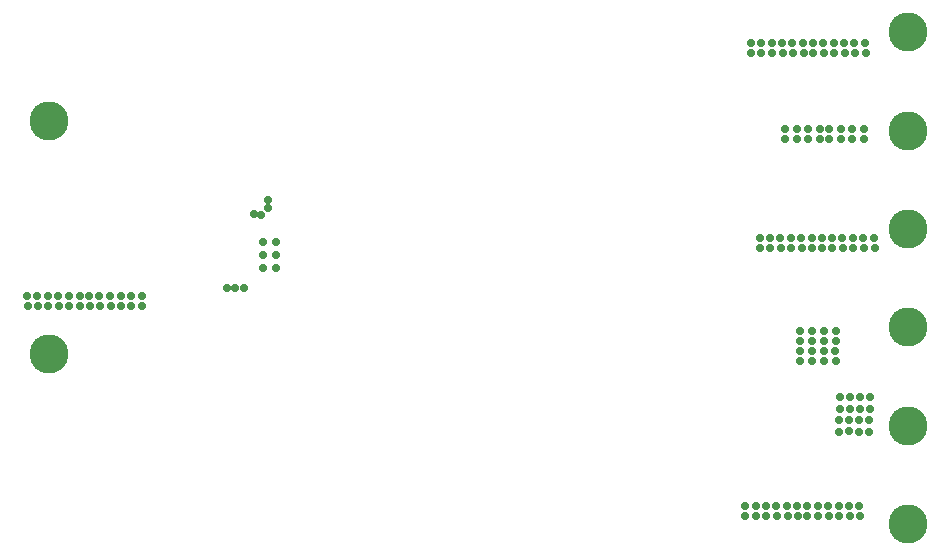
<source format=gbs>
G04*
G04 #@! TF.GenerationSoftware,Altium Limited,Altium Designer,21.6.1 (37)*
G04*
G04 Layer_Color=16711935*
%FSLAX25Y25*%
%MOIN*%
G70*
G04*
G04 #@! TF.SameCoordinates,0D3765A8-6255-4433-B095-22D9DB902932*
G04*
G04*
G04 #@! TF.FilePolarity,Negative*
G04*
G01*
G75*
%ADD48C,0.13005*%
%ADD49C,0.02769*%
D48*
X302700Y178757D02*
D03*
Y145957D02*
D03*
Y113157D02*
D03*
Y14757D02*
D03*
Y47557D02*
D03*
Y80357D02*
D03*
X16500Y149000D02*
D03*
Y71500D02*
D03*
D49*
X30020Y87450D02*
D03*
X33480D02*
D03*
X43860D02*
D03*
X36940D02*
D03*
X40400D02*
D03*
X47320D02*
D03*
X43800Y90900D02*
D03*
X40280D02*
D03*
X47320D02*
D03*
X36760D02*
D03*
X33240D02*
D03*
X29720D02*
D03*
X9020Y90850D02*
D03*
X12540D02*
D03*
X16060D02*
D03*
X26620D02*
D03*
X19580D02*
D03*
X23100D02*
D03*
X26620Y87400D02*
D03*
X19700D02*
D03*
X16240D02*
D03*
X23160D02*
D03*
X12780D02*
D03*
X9320D02*
D03*
X81465Y93606D02*
D03*
X75700D02*
D03*
X78582D02*
D03*
X260947Y171713D02*
D03*
X257307Y175162D02*
D03*
X257427Y171713D02*
D03*
X260767Y175162D02*
D03*
X253907Y171713D02*
D03*
X250387Y175162D02*
D03*
Y171713D02*
D03*
X253847Y175162D02*
D03*
X278007Y175213D02*
D03*
X267687Y175162D02*
D03*
X274547Y175213D02*
D03*
X264227Y175162D02*
D03*
X288387Y175213D02*
D03*
X271087D02*
D03*
X281467D02*
D03*
X284927D02*
D03*
X285167Y171763D02*
D03*
X281647D02*
D03*
X271087D02*
D03*
X278127D02*
D03*
X274607D02*
D03*
X264467Y171713D02*
D03*
X267987D02*
D03*
X288687Y171763D02*
D03*
X270600Y110200D02*
D03*
X267140D02*
D03*
X256760D02*
D03*
X263680D02*
D03*
X260220D02*
D03*
X253300D02*
D03*
X256820Y106750D02*
D03*
X260340D02*
D03*
X253300D02*
D03*
X263860D02*
D03*
X267380D02*
D03*
X270900D02*
D03*
X291600Y106800D02*
D03*
X288080D02*
D03*
X284560D02*
D03*
X274000D02*
D03*
X281040D02*
D03*
X277520D02*
D03*
X274000Y110250D02*
D03*
X280920D02*
D03*
X284380D02*
D03*
X277460D02*
D03*
X287840D02*
D03*
X291300D02*
D03*
X286540Y20950D02*
D03*
X283080D02*
D03*
X272700D02*
D03*
X279620D02*
D03*
X276160D02*
D03*
X269240D02*
D03*
X272760Y17500D02*
D03*
X276280D02*
D03*
X269240D02*
D03*
X279800D02*
D03*
X283320D02*
D03*
X286840D02*
D03*
X266140Y17450D02*
D03*
X262620D02*
D03*
X259100D02*
D03*
X248540D02*
D03*
X255580D02*
D03*
X252060D02*
D03*
X248540Y20900D02*
D03*
X255460D02*
D03*
X258920D02*
D03*
X252000D02*
D03*
X262380D02*
D03*
X265840D02*
D03*
X283433Y57200D02*
D03*
X290100D02*
D03*
X286767D02*
D03*
X280100D02*
D03*
X283433Y53300D02*
D03*
X286767Y53200D02*
D03*
X280100D02*
D03*
X290100Y53100D02*
D03*
X283067Y49600D02*
D03*
X289733D02*
D03*
X286400D02*
D03*
X279733D02*
D03*
X283067Y45700D02*
D03*
X286400Y45600D02*
D03*
X279733D02*
D03*
X289733Y45500D02*
D03*
X270800Y79067D02*
D03*
X270700Y69067D02*
D03*
Y75733D02*
D03*
X270600Y72400D02*
D03*
X266700Y69067D02*
D03*
Y75733D02*
D03*
Y79067D02*
D03*
Y72400D02*
D03*
X278700Y79033D02*
D03*
X278600Y69033D02*
D03*
Y75700D02*
D03*
X278500Y72367D02*
D03*
X274600Y69033D02*
D03*
Y75700D02*
D03*
Y79033D02*
D03*
Y72367D02*
D03*
X284100Y143067D02*
D03*
X269400Y146433D02*
D03*
X284200Y146400D02*
D03*
X269500Y143100D02*
D03*
X273400Y146433D02*
D03*
X288200Y146400D02*
D03*
Y143067D02*
D03*
X273400Y143100D02*
D03*
X265800Y146467D02*
D03*
X280500Y143100D02*
D03*
X265700Y143133D02*
D03*
X280400Y146433D02*
D03*
X276500Y143100D02*
D03*
X261700Y143133D02*
D03*
Y146467D02*
D03*
X276500Y146433D02*
D03*
X87200Y117900D02*
D03*
X84700Y118000D02*
D03*
X89300Y120200D02*
D03*
Y122700D02*
D03*
X92165Y100169D02*
D03*
X87835D02*
D03*
X92165Y104500D02*
D03*
X87835D02*
D03*
X92165Y108831D02*
D03*
X87835D02*
D03*
M02*

</source>
